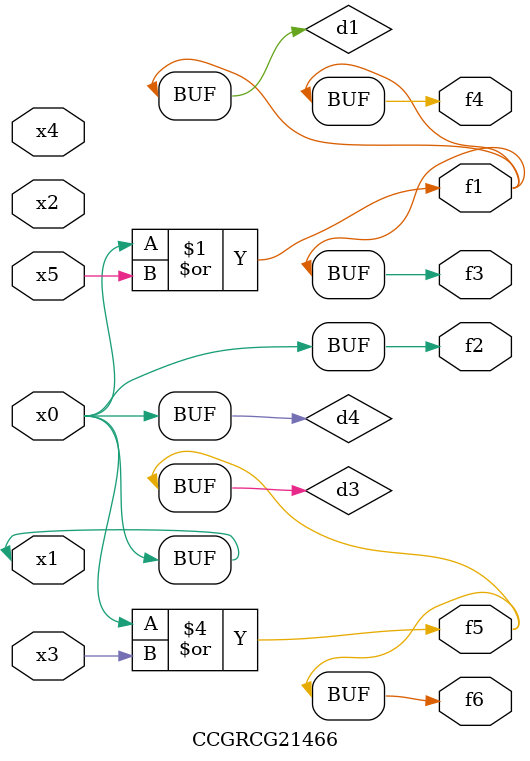
<source format=v>
module CCGRCG21466(
	input x0, x1, x2, x3, x4, x5,
	output f1, f2, f3, f4, f5, f6
);

	wire d1, d2, d3, d4;

	or (d1, x0, x5);
	xnor (d2, x1, x4);
	or (d3, x0, x3);
	buf (d4, x0, x1);
	assign f1 = d1;
	assign f2 = d4;
	assign f3 = d1;
	assign f4 = d1;
	assign f5 = d3;
	assign f6 = d3;
endmodule

</source>
